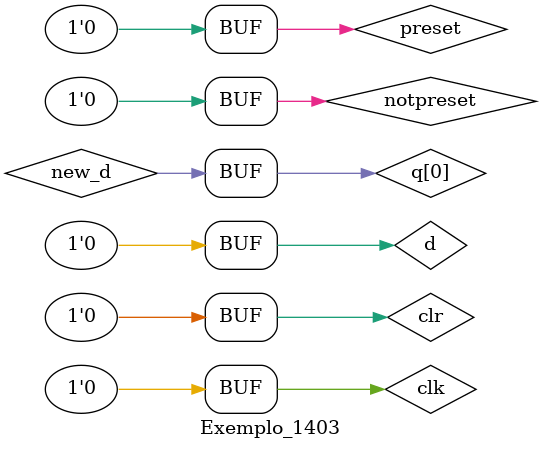
<source format=v>
/*
 Exemplo_1403.v - v0.0. - 05 / 11 / 2022
 Autor    : Gabriel Vargas Bento de Souza
 Matricula: 778023
 */

`include "FlipFlops.v"

/**
  Main
 */
module Exemplo_1403;
   wire q[5:0];       // q
   wire qnot[5:0];    // qnot
   reg  d;            // d (input)
   wire new_d;        // d       
   reg  clk;          // clock
   reg  preset;       // 1
   reg  notpreset;    // 0
   reg  clr;          // clear
   
   // instancias
   or  OR_1 (new_d, d, q[0]);

   dff D_1  (q[5], qnot[5], new_d, clk, notpreset, clr);
   dff D_2  (q[4], qnot[4], q[5],  clk, notpreset, clr);
   dff D_3  (q[3], qnot[3], q[4],  clk, notpreset, clr);
   dff D_4  (q[2], qnot[2], q[3],  clk, notpreset, clr);
   dff D_5  (q[1], qnot[1], q[2],  clk, notpreset, clr);
   dff D_6  (q[0], qnot[0], q[1],  clk,    preset, clr);

   
   // valores iniciais
   initial begin: start
      d         = 1'bx;
      clk       = 1'b0;
      preset    = 1'b1;
      notpreset = 1'b0;
      clr       = 1'b0;
   end

   // parte principal
   initial begin: main
       $display("Gabriel Vargas Bento de Souza - 778023");
       $display("Exemplo_1403");
       $display("\n(Right) 'Ring' Register - 6 bits - preset[xxxxx1]\n");

       // monitoramento
       $display(" data a b c d e f");
       $monitor(" %2b   %b %b %b %b %b %b", 
                 d, q[5], q[4], q[3], q[2], q[1], q[0]);

       // sinalizacao
           clk = ~clk; clk = ~clk;
       #1  clk = ~clk; clk = ~clk; d = 1'b1; preset = 1'b0;
       #1  clk = ~clk; clk = ~clk; d = 1'b0;
       #1  clk = ~clk; clk = ~clk; d = 1'b1;
       #1  clk = ~clk; clk = ~clk; d = 1'b1;
       #1  clk = ~clk; clk = ~clk; d = 1'b0;
       #1  clk = ~clk; clk = ~clk; d = 1'b0;
       #1  clk = ~clk; clk = ~clk; d = 1'b1;
       #1  clk = ~clk; clk = ~clk; d = 1'b1;
       #1  clk = ~clk; clk = ~clk; d = 1'b0;
       #1  clk = ~clk; clk = ~clk; d = 1'b0;
       #1  clk = ~clk; clk = ~clk; d = 1'b0;
       #1  clk = ~clk; clk = ~clk; d = 1'b0;
       #1  clk = ~clk; clk = ~clk; d = 1'b0;
       #1  clk = ~clk; clk = ~clk; d = 1'b0;
   end
endmodule // Exemplo_1403

/*
gabriel@desktop-ubuntu:~/Desktop/CC-PUC/2periodo/ARQ1/Tarefas/Guia14$ vvp Exemplo_1403.vvp
Gabriel Vargas Bento de Souza - 778023
Exemplo_1403

(Right) 'Ring' Register - 6 bits - preset[xxxxx1]

 data a b c d e f
  x   0 0 0 0 0 1
  1   1 0 0 0 0 0
  0   1 1 0 0 0 0
  1   0 1 1 0 0 0
  1   1 0 1 1 0 0
  0   1 1 0 1 1 0
  0   0 1 1 0 1 1
  1   1 0 1 1 0 1
  1   1 1 0 1 1 0
  0   1 1 1 0 1 1
  0   1 1 1 1 0 1
  0   1 1 1 1 1 0
  0   0 1 1 1 1 1
  0   1 0 1 1 1 1
  0   1 1 0 1 1 1

*/
</source>
